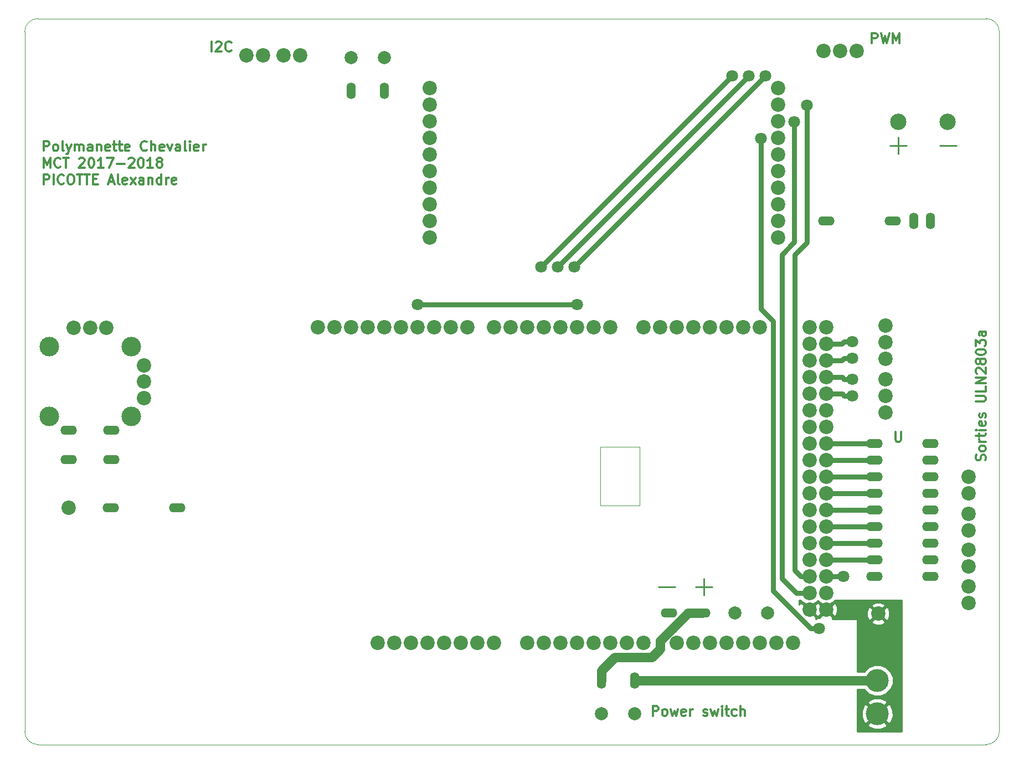
<source format=gbr>
G04 #@! TF.FileFunction,Copper,L2,Bot,Signal*
%FSLAX46Y46*%
G04 Gerber Fmt 4.6, Leading zero omitted, Abs format (unit mm)*
G04 Created by KiCad (PCBNEW 4.0.7) date 07/03/18 00:43:42*
%MOMM*%
%LPD*%
G01*
G04 APERTURE LIST*
%ADD10C,0.100000*%
%ADD11C,0.300000*%
%ADD12O,1.400000X2.540000*%
%ADD13C,2.200000*%
%ADD14C,3.500000*%
%ADD15O,2.540000X1.400000*%
%ADD16C,2.500000*%
%ADD17C,2.000000*%
%ADD18C,3.000000*%
%ADD19C,1.800000*%
%ADD20C,0.250000*%
%ADD21C,1.400000*%
%ADD22C,0.800000*%
%ADD23C,0.254000*%
G04 APERTURE END LIST*
D10*
D11*
X205027857Y-41728571D02*
X205027857Y-40228571D01*
X205599285Y-40228571D01*
X205742143Y-40300000D01*
X205813571Y-40371429D01*
X205885000Y-40514286D01*
X205885000Y-40728571D01*
X205813571Y-40871429D01*
X205742143Y-40942857D01*
X205599285Y-41014286D01*
X205027857Y-41014286D01*
X206385000Y-40228571D02*
X206742143Y-41728571D01*
X207027857Y-40657143D01*
X207313571Y-41728571D01*
X207670714Y-40228571D01*
X208242143Y-41728571D02*
X208242143Y-40228571D01*
X208742143Y-41300000D01*
X209242143Y-40228571D01*
X209242143Y-41728571D01*
X104070715Y-42998571D02*
X104070715Y-41498571D01*
X104713572Y-41641429D02*
X104785001Y-41570000D01*
X104927858Y-41498571D01*
X105285001Y-41498571D01*
X105427858Y-41570000D01*
X105499287Y-41641429D01*
X105570715Y-41784286D01*
X105570715Y-41927143D01*
X105499287Y-42141429D01*
X104642144Y-42998571D01*
X105570715Y-42998571D01*
X107070715Y-42855714D02*
X106999286Y-42927143D01*
X106785000Y-42998571D01*
X106642143Y-42998571D01*
X106427858Y-42927143D01*
X106285000Y-42784286D01*
X106213572Y-42641429D01*
X106142143Y-42355714D01*
X106142143Y-42141429D01*
X106213572Y-41855714D01*
X106285000Y-41712857D01*
X106427858Y-41570000D01*
X106642143Y-41498571D01*
X106785000Y-41498571D01*
X106999286Y-41570000D01*
X107070715Y-41641429D01*
X171524286Y-144598571D02*
X171524286Y-143098571D01*
X172095714Y-143098571D01*
X172238572Y-143170000D01*
X172310000Y-143241429D01*
X172381429Y-143384286D01*
X172381429Y-143598571D01*
X172310000Y-143741429D01*
X172238572Y-143812857D01*
X172095714Y-143884286D01*
X171524286Y-143884286D01*
X173238572Y-144598571D02*
X173095714Y-144527143D01*
X173024286Y-144455714D01*
X172952857Y-144312857D01*
X172952857Y-143884286D01*
X173024286Y-143741429D01*
X173095714Y-143670000D01*
X173238572Y-143598571D01*
X173452857Y-143598571D01*
X173595714Y-143670000D01*
X173667143Y-143741429D01*
X173738572Y-143884286D01*
X173738572Y-144312857D01*
X173667143Y-144455714D01*
X173595714Y-144527143D01*
X173452857Y-144598571D01*
X173238572Y-144598571D01*
X174238572Y-143598571D02*
X174524286Y-144598571D01*
X174810000Y-143884286D01*
X175095715Y-144598571D01*
X175381429Y-143598571D01*
X176524286Y-144527143D02*
X176381429Y-144598571D01*
X176095715Y-144598571D01*
X175952858Y-144527143D01*
X175881429Y-144384286D01*
X175881429Y-143812857D01*
X175952858Y-143670000D01*
X176095715Y-143598571D01*
X176381429Y-143598571D01*
X176524286Y-143670000D01*
X176595715Y-143812857D01*
X176595715Y-143955714D01*
X175881429Y-144098571D01*
X177238572Y-144598571D02*
X177238572Y-143598571D01*
X177238572Y-143884286D02*
X177310000Y-143741429D01*
X177381429Y-143670000D01*
X177524286Y-143598571D01*
X177667143Y-143598571D01*
X179238571Y-144527143D02*
X179381428Y-144598571D01*
X179667143Y-144598571D01*
X179810000Y-144527143D01*
X179881428Y-144384286D01*
X179881428Y-144312857D01*
X179810000Y-144170000D01*
X179667143Y-144098571D01*
X179452857Y-144098571D01*
X179310000Y-144027143D01*
X179238571Y-143884286D01*
X179238571Y-143812857D01*
X179310000Y-143670000D01*
X179452857Y-143598571D01*
X179667143Y-143598571D01*
X179810000Y-143670000D01*
X180381429Y-143598571D02*
X180667143Y-144598571D01*
X180952857Y-143884286D01*
X181238572Y-144598571D01*
X181524286Y-143598571D01*
X182095715Y-144598571D02*
X182095715Y-143598571D01*
X182095715Y-143098571D02*
X182024286Y-143170000D01*
X182095715Y-143241429D01*
X182167143Y-143170000D01*
X182095715Y-143098571D01*
X182095715Y-143241429D01*
X182595715Y-143598571D02*
X183167144Y-143598571D01*
X182810001Y-143098571D02*
X182810001Y-144384286D01*
X182881429Y-144527143D01*
X183024287Y-144598571D01*
X183167144Y-144598571D01*
X184310001Y-144527143D02*
X184167144Y-144598571D01*
X183881430Y-144598571D01*
X183738572Y-144527143D01*
X183667144Y-144455714D01*
X183595715Y-144312857D01*
X183595715Y-143884286D01*
X183667144Y-143741429D01*
X183738572Y-143670000D01*
X183881430Y-143598571D01*
X184167144Y-143598571D01*
X184310001Y-143670000D01*
X184952858Y-144598571D02*
X184952858Y-143098571D01*
X185595715Y-144598571D02*
X185595715Y-143812857D01*
X185524286Y-143670000D01*
X185381429Y-143598571D01*
X185167144Y-143598571D01*
X185024286Y-143670000D01*
X184952858Y-143741429D01*
X222347143Y-105552857D02*
X222418571Y-105338571D01*
X222418571Y-104981428D01*
X222347143Y-104838571D01*
X222275714Y-104767142D01*
X222132857Y-104695714D01*
X221990000Y-104695714D01*
X221847143Y-104767142D01*
X221775714Y-104838571D01*
X221704286Y-104981428D01*
X221632857Y-105267142D01*
X221561429Y-105410000D01*
X221490000Y-105481428D01*
X221347143Y-105552857D01*
X221204286Y-105552857D01*
X221061429Y-105481428D01*
X220990000Y-105410000D01*
X220918571Y-105267142D01*
X220918571Y-104910000D01*
X220990000Y-104695714D01*
X222418571Y-103838571D02*
X222347143Y-103981429D01*
X222275714Y-104052857D01*
X222132857Y-104124286D01*
X221704286Y-104124286D01*
X221561429Y-104052857D01*
X221490000Y-103981429D01*
X221418571Y-103838571D01*
X221418571Y-103624286D01*
X221490000Y-103481429D01*
X221561429Y-103410000D01*
X221704286Y-103338571D01*
X222132857Y-103338571D01*
X222275714Y-103410000D01*
X222347143Y-103481429D01*
X222418571Y-103624286D01*
X222418571Y-103838571D01*
X222418571Y-102695714D02*
X221418571Y-102695714D01*
X221704286Y-102695714D02*
X221561429Y-102624286D01*
X221490000Y-102552857D01*
X221418571Y-102410000D01*
X221418571Y-102267143D01*
X221418571Y-101981429D02*
X221418571Y-101410000D01*
X220918571Y-101767143D02*
X222204286Y-101767143D01*
X222347143Y-101695715D01*
X222418571Y-101552857D01*
X222418571Y-101410000D01*
X222418571Y-100910000D02*
X221418571Y-100910000D01*
X220918571Y-100910000D02*
X220990000Y-100981429D01*
X221061429Y-100910000D01*
X220990000Y-100838572D01*
X220918571Y-100910000D01*
X221061429Y-100910000D01*
X222347143Y-99624286D02*
X222418571Y-99767143D01*
X222418571Y-100052857D01*
X222347143Y-100195714D01*
X222204286Y-100267143D01*
X221632857Y-100267143D01*
X221490000Y-100195714D01*
X221418571Y-100052857D01*
X221418571Y-99767143D01*
X221490000Y-99624286D01*
X221632857Y-99552857D01*
X221775714Y-99552857D01*
X221918571Y-100267143D01*
X222347143Y-98981429D02*
X222418571Y-98838572D01*
X222418571Y-98552857D01*
X222347143Y-98410000D01*
X222204286Y-98338572D01*
X222132857Y-98338572D01*
X221990000Y-98410000D01*
X221918571Y-98552857D01*
X221918571Y-98767143D01*
X221847143Y-98910000D01*
X221704286Y-98981429D01*
X221632857Y-98981429D01*
X221490000Y-98910000D01*
X221418571Y-98767143D01*
X221418571Y-98552857D01*
X221490000Y-98410000D01*
X220918571Y-96552857D02*
X222132857Y-96552857D01*
X222275714Y-96481429D01*
X222347143Y-96410000D01*
X222418571Y-96267143D01*
X222418571Y-95981429D01*
X222347143Y-95838571D01*
X222275714Y-95767143D01*
X222132857Y-95695714D01*
X220918571Y-95695714D01*
X222418571Y-94267142D02*
X222418571Y-94981428D01*
X220918571Y-94981428D01*
X222418571Y-93767142D02*
X220918571Y-93767142D01*
X222418571Y-92909999D01*
X220918571Y-92909999D01*
X221061429Y-92267142D02*
X220990000Y-92195713D01*
X220918571Y-92052856D01*
X220918571Y-91695713D01*
X220990000Y-91552856D01*
X221061429Y-91481427D01*
X221204286Y-91409999D01*
X221347143Y-91409999D01*
X221561429Y-91481427D01*
X222418571Y-92338570D01*
X222418571Y-91409999D01*
X221561429Y-90552856D02*
X221490000Y-90695714D01*
X221418571Y-90767142D01*
X221275714Y-90838571D01*
X221204286Y-90838571D01*
X221061429Y-90767142D01*
X220990000Y-90695714D01*
X220918571Y-90552856D01*
X220918571Y-90267142D01*
X220990000Y-90124285D01*
X221061429Y-90052856D01*
X221204286Y-89981428D01*
X221275714Y-89981428D01*
X221418571Y-90052856D01*
X221490000Y-90124285D01*
X221561429Y-90267142D01*
X221561429Y-90552856D01*
X221632857Y-90695714D01*
X221704286Y-90767142D01*
X221847143Y-90838571D01*
X222132857Y-90838571D01*
X222275714Y-90767142D01*
X222347143Y-90695714D01*
X222418571Y-90552856D01*
X222418571Y-90267142D01*
X222347143Y-90124285D01*
X222275714Y-90052856D01*
X222132857Y-89981428D01*
X221847143Y-89981428D01*
X221704286Y-90052856D01*
X221632857Y-90124285D01*
X221561429Y-90267142D01*
X220918571Y-89052857D02*
X220918571Y-88910000D01*
X220990000Y-88767143D01*
X221061429Y-88695714D01*
X221204286Y-88624285D01*
X221490000Y-88552857D01*
X221847143Y-88552857D01*
X222132857Y-88624285D01*
X222275714Y-88695714D01*
X222347143Y-88767143D01*
X222418571Y-88910000D01*
X222418571Y-89052857D01*
X222347143Y-89195714D01*
X222275714Y-89267143D01*
X222132857Y-89338571D01*
X221847143Y-89410000D01*
X221490000Y-89410000D01*
X221204286Y-89338571D01*
X221061429Y-89267143D01*
X220990000Y-89195714D01*
X220918571Y-89052857D01*
X220918571Y-88052857D02*
X220918571Y-87124286D01*
X221490000Y-87624286D01*
X221490000Y-87410000D01*
X221561429Y-87267143D01*
X221632857Y-87195714D01*
X221775714Y-87124286D01*
X222132857Y-87124286D01*
X222275714Y-87195714D01*
X222347143Y-87267143D01*
X222418571Y-87410000D01*
X222418571Y-87838572D01*
X222347143Y-87981429D01*
X222275714Y-88052857D01*
X222418571Y-85838572D02*
X221632857Y-85838572D01*
X221490000Y-85910001D01*
X221418571Y-86052858D01*
X221418571Y-86338572D01*
X221490000Y-86481429D01*
X222347143Y-85838572D02*
X222418571Y-85981429D01*
X222418571Y-86338572D01*
X222347143Y-86481429D01*
X222204286Y-86552858D01*
X222061429Y-86552858D01*
X221918571Y-86481429D01*
X221847143Y-86338572D01*
X221847143Y-85981429D01*
X221775714Y-85838572D01*
X208611429Y-101188571D02*
X208611429Y-102402857D01*
X208682857Y-102545714D01*
X208754286Y-102617143D01*
X208897143Y-102688571D01*
X209182857Y-102688571D01*
X209325715Y-102617143D01*
X209397143Y-102545714D01*
X209468572Y-102402857D01*
X209468572Y-101188571D01*
X78397143Y-58228571D02*
X78397143Y-56728571D01*
X78968571Y-56728571D01*
X79111429Y-56800000D01*
X79182857Y-56871429D01*
X79254286Y-57014286D01*
X79254286Y-57228571D01*
X79182857Y-57371429D01*
X79111429Y-57442857D01*
X78968571Y-57514286D01*
X78397143Y-57514286D01*
X80111429Y-58228571D02*
X79968571Y-58157143D01*
X79897143Y-58085714D01*
X79825714Y-57942857D01*
X79825714Y-57514286D01*
X79897143Y-57371429D01*
X79968571Y-57300000D01*
X80111429Y-57228571D01*
X80325714Y-57228571D01*
X80468571Y-57300000D01*
X80540000Y-57371429D01*
X80611429Y-57514286D01*
X80611429Y-57942857D01*
X80540000Y-58085714D01*
X80468571Y-58157143D01*
X80325714Y-58228571D01*
X80111429Y-58228571D01*
X81468572Y-58228571D02*
X81325714Y-58157143D01*
X81254286Y-58014286D01*
X81254286Y-56728571D01*
X81897143Y-57228571D02*
X82254286Y-58228571D01*
X82611428Y-57228571D02*
X82254286Y-58228571D01*
X82111428Y-58585714D01*
X82040000Y-58657143D01*
X81897143Y-58728571D01*
X83182857Y-58228571D02*
X83182857Y-57228571D01*
X83182857Y-57371429D02*
X83254285Y-57300000D01*
X83397143Y-57228571D01*
X83611428Y-57228571D01*
X83754285Y-57300000D01*
X83825714Y-57442857D01*
X83825714Y-58228571D01*
X83825714Y-57442857D02*
X83897143Y-57300000D01*
X84040000Y-57228571D01*
X84254285Y-57228571D01*
X84397143Y-57300000D01*
X84468571Y-57442857D01*
X84468571Y-58228571D01*
X85825714Y-58228571D02*
X85825714Y-57442857D01*
X85754285Y-57300000D01*
X85611428Y-57228571D01*
X85325714Y-57228571D01*
X85182857Y-57300000D01*
X85825714Y-58157143D02*
X85682857Y-58228571D01*
X85325714Y-58228571D01*
X85182857Y-58157143D01*
X85111428Y-58014286D01*
X85111428Y-57871429D01*
X85182857Y-57728571D01*
X85325714Y-57657143D01*
X85682857Y-57657143D01*
X85825714Y-57585714D01*
X86540000Y-57228571D02*
X86540000Y-58228571D01*
X86540000Y-57371429D02*
X86611428Y-57300000D01*
X86754286Y-57228571D01*
X86968571Y-57228571D01*
X87111428Y-57300000D01*
X87182857Y-57442857D01*
X87182857Y-58228571D01*
X88468571Y-58157143D02*
X88325714Y-58228571D01*
X88040000Y-58228571D01*
X87897143Y-58157143D01*
X87825714Y-58014286D01*
X87825714Y-57442857D01*
X87897143Y-57300000D01*
X88040000Y-57228571D01*
X88325714Y-57228571D01*
X88468571Y-57300000D01*
X88540000Y-57442857D01*
X88540000Y-57585714D01*
X87825714Y-57728571D01*
X88968571Y-57228571D02*
X89540000Y-57228571D01*
X89182857Y-56728571D02*
X89182857Y-58014286D01*
X89254285Y-58157143D01*
X89397143Y-58228571D01*
X89540000Y-58228571D01*
X89825714Y-57228571D02*
X90397143Y-57228571D01*
X90040000Y-56728571D02*
X90040000Y-58014286D01*
X90111428Y-58157143D01*
X90254286Y-58228571D01*
X90397143Y-58228571D01*
X91468571Y-58157143D02*
X91325714Y-58228571D01*
X91040000Y-58228571D01*
X90897143Y-58157143D01*
X90825714Y-58014286D01*
X90825714Y-57442857D01*
X90897143Y-57300000D01*
X91040000Y-57228571D01*
X91325714Y-57228571D01*
X91468571Y-57300000D01*
X91540000Y-57442857D01*
X91540000Y-57585714D01*
X90825714Y-57728571D01*
X94182857Y-58085714D02*
X94111428Y-58157143D01*
X93897142Y-58228571D01*
X93754285Y-58228571D01*
X93540000Y-58157143D01*
X93397142Y-58014286D01*
X93325714Y-57871429D01*
X93254285Y-57585714D01*
X93254285Y-57371429D01*
X93325714Y-57085714D01*
X93397142Y-56942857D01*
X93540000Y-56800000D01*
X93754285Y-56728571D01*
X93897142Y-56728571D01*
X94111428Y-56800000D01*
X94182857Y-56871429D01*
X94825714Y-58228571D02*
X94825714Y-56728571D01*
X95468571Y-58228571D02*
X95468571Y-57442857D01*
X95397142Y-57300000D01*
X95254285Y-57228571D01*
X95040000Y-57228571D01*
X94897142Y-57300000D01*
X94825714Y-57371429D01*
X96754285Y-58157143D02*
X96611428Y-58228571D01*
X96325714Y-58228571D01*
X96182857Y-58157143D01*
X96111428Y-58014286D01*
X96111428Y-57442857D01*
X96182857Y-57300000D01*
X96325714Y-57228571D01*
X96611428Y-57228571D01*
X96754285Y-57300000D01*
X96825714Y-57442857D01*
X96825714Y-57585714D01*
X96111428Y-57728571D01*
X97325714Y-57228571D02*
X97682857Y-58228571D01*
X98039999Y-57228571D01*
X99254285Y-58228571D02*
X99254285Y-57442857D01*
X99182856Y-57300000D01*
X99039999Y-57228571D01*
X98754285Y-57228571D01*
X98611428Y-57300000D01*
X99254285Y-58157143D02*
X99111428Y-58228571D01*
X98754285Y-58228571D01*
X98611428Y-58157143D01*
X98539999Y-58014286D01*
X98539999Y-57871429D01*
X98611428Y-57728571D01*
X98754285Y-57657143D01*
X99111428Y-57657143D01*
X99254285Y-57585714D01*
X100182857Y-58228571D02*
X100039999Y-58157143D01*
X99968571Y-58014286D01*
X99968571Y-56728571D01*
X100754285Y-58228571D02*
X100754285Y-57228571D01*
X100754285Y-56728571D02*
X100682856Y-56800000D01*
X100754285Y-56871429D01*
X100825713Y-56800000D01*
X100754285Y-56728571D01*
X100754285Y-56871429D01*
X102039999Y-58157143D02*
X101897142Y-58228571D01*
X101611428Y-58228571D01*
X101468571Y-58157143D01*
X101397142Y-58014286D01*
X101397142Y-57442857D01*
X101468571Y-57300000D01*
X101611428Y-57228571D01*
X101897142Y-57228571D01*
X102039999Y-57300000D01*
X102111428Y-57442857D01*
X102111428Y-57585714D01*
X101397142Y-57728571D01*
X102754285Y-58228571D02*
X102754285Y-57228571D01*
X102754285Y-57514286D02*
X102825713Y-57371429D01*
X102897142Y-57300000D01*
X103039999Y-57228571D01*
X103182856Y-57228571D01*
X78397143Y-60778571D02*
X78397143Y-59278571D01*
X78897143Y-60350000D01*
X79397143Y-59278571D01*
X79397143Y-60778571D01*
X80968572Y-60635714D02*
X80897143Y-60707143D01*
X80682857Y-60778571D01*
X80540000Y-60778571D01*
X80325715Y-60707143D01*
X80182857Y-60564286D01*
X80111429Y-60421429D01*
X80040000Y-60135714D01*
X80040000Y-59921429D01*
X80111429Y-59635714D01*
X80182857Y-59492857D01*
X80325715Y-59350000D01*
X80540000Y-59278571D01*
X80682857Y-59278571D01*
X80897143Y-59350000D01*
X80968572Y-59421429D01*
X81397143Y-59278571D02*
X82254286Y-59278571D01*
X81825715Y-60778571D02*
X81825715Y-59278571D01*
X83825714Y-59421429D02*
X83897143Y-59350000D01*
X84040000Y-59278571D01*
X84397143Y-59278571D01*
X84540000Y-59350000D01*
X84611429Y-59421429D01*
X84682857Y-59564286D01*
X84682857Y-59707143D01*
X84611429Y-59921429D01*
X83754286Y-60778571D01*
X84682857Y-60778571D01*
X85611428Y-59278571D02*
X85754285Y-59278571D01*
X85897142Y-59350000D01*
X85968571Y-59421429D01*
X86040000Y-59564286D01*
X86111428Y-59850000D01*
X86111428Y-60207143D01*
X86040000Y-60492857D01*
X85968571Y-60635714D01*
X85897142Y-60707143D01*
X85754285Y-60778571D01*
X85611428Y-60778571D01*
X85468571Y-60707143D01*
X85397142Y-60635714D01*
X85325714Y-60492857D01*
X85254285Y-60207143D01*
X85254285Y-59850000D01*
X85325714Y-59564286D01*
X85397142Y-59421429D01*
X85468571Y-59350000D01*
X85611428Y-59278571D01*
X87539999Y-60778571D02*
X86682856Y-60778571D01*
X87111428Y-60778571D02*
X87111428Y-59278571D01*
X86968571Y-59492857D01*
X86825713Y-59635714D01*
X86682856Y-59707143D01*
X88039999Y-59278571D02*
X89039999Y-59278571D01*
X88397142Y-60778571D01*
X89611427Y-60207143D02*
X90754284Y-60207143D01*
X91397141Y-59421429D02*
X91468570Y-59350000D01*
X91611427Y-59278571D01*
X91968570Y-59278571D01*
X92111427Y-59350000D01*
X92182856Y-59421429D01*
X92254284Y-59564286D01*
X92254284Y-59707143D01*
X92182856Y-59921429D01*
X91325713Y-60778571D01*
X92254284Y-60778571D01*
X93182855Y-59278571D02*
X93325712Y-59278571D01*
X93468569Y-59350000D01*
X93539998Y-59421429D01*
X93611427Y-59564286D01*
X93682855Y-59850000D01*
X93682855Y-60207143D01*
X93611427Y-60492857D01*
X93539998Y-60635714D01*
X93468569Y-60707143D01*
X93325712Y-60778571D01*
X93182855Y-60778571D01*
X93039998Y-60707143D01*
X92968569Y-60635714D01*
X92897141Y-60492857D01*
X92825712Y-60207143D01*
X92825712Y-59850000D01*
X92897141Y-59564286D01*
X92968569Y-59421429D01*
X93039998Y-59350000D01*
X93182855Y-59278571D01*
X95111426Y-60778571D02*
X94254283Y-60778571D01*
X94682855Y-60778571D02*
X94682855Y-59278571D01*
X94539998Y-59492857D01*
X94397140Y-59635714D01*
X94254283Y-59707143D01*
X95968569Y-59921429D02*
X95825711Y-59850000D01*
X95754283Y-59778571D01*
X95682854Y-59635714D01*
X95682854Y-59564286D01*
X95754283Y-59421429D01*
X95825711Y-59350000D01*
X95968569Y-59278571D01*
X96254283Y-59278571D01*
X96397140Y-59350000D01*
X96468569Y-59421429D01*
X96539997Y-59564286D01*
X96539997Y-59635714D01*
X96468569Y-59778571D01*
X96397140Y-59850000D01*
X96254283Y-59921429D01*
X95968569Y-59921429D01*
X95825711Y-59992857D01*
X95754283Y-60064286D01*
X95682854Y-60207143D01*
X95682854Y-60492857D01*
X95754283Y-60635714D01*
X95825711Y-60707143D01*
X95968569Y-60778571D01*
X96254283Y-60778571D01*
X96397140Y-60707143D01*
X96468569Y-60635714D01*
X96539997Y-60492857D01*
X96539997Y-60207143D01*
X96468569Y-60064286D01*
X96397140Y-59992857D01*
X96254283Y-59921429D01*
X78397143Y-63328571D02*
X78397143Y-61828571D01*
X78968571Y-61828571D01*
X79111429Y-61900000D01*
X79182857Y-61971429D01*
X79254286Y-62114286D01*
X79254286Y-62328571D01*
X79182857Y-62471429D01*
X79111429Y-62542857D01*
X78968571Y-62614286D01*
X78397143Y-62614286D01*
X79897143Y-63328571D02*
X79897143Y-61828571D01*
X81468572Y-63185714D02*
X81397143Y-63257143D01*
X81182857Y-63328571D01*
X81040000Y-63328571D01*
X80825715Y-63257143D01*
X80682857Y-63114286D01*
X80611429Y-62971429D01*
X80540000Y-62685714D01*
X80540000Y-62471429D01*
X80611429Y-62185714D01*
X80682857Y-62042857D01*
X80825715Y-61900000D01*
X81040000Y-61828571D01*
X81182857Y-61828571D01*
X81397143Y-61900000D01*
X81468572Y-61971429D01*
X82397143Y-61828571D02*
X82682857Y-61828571D01*
X82825715Y-61900000D01*
X82968572Y-62042857D01*
X83040000Y-62328571D01*
X83040000Y-62828571D01*
X82968572Y-63114286D01*
X82825715Y-63257143D01*
X82682857Y-63328571D01*
X82397143Y-63328571D01*
X82254286Y-63257143D01*
X82111429Y-63114286D01*
X82040000Y-62828571D01*
X82040000Y-62328571D01*
X82111429Y-62042857D01*
X82254286Y-61900000D01*
X82397143Y-61828571D01*
X83468572Y-61828571D02*
X84325715Y-61828571D01*
X83897144Y-63328571D02*
X83897144Y-61828571D01*
X84611429Y-61828571D02*
X85468572Y-61828571D01*
X85040001Y-63328571D02*
X85040001Y-61828571D01*
X85968572Y-62542857D02*
X86468572Y-62542857D01*
X86682858Y-63328571D02*
X85968572Y-63328571D01*
X85968572Y-61828571D01*
X86682858Y-61828571D01*
X88397143Y-62900000D02*
X89111429Y-62900000D01*
X88254286Y-63328571D02*
X88754286Y-61828571D01*
X89254286Y-63328571D01*
X89968572Y-63328571D02*
X89825714Y-63257143D01*
X89754286Y-63114286D01*
X89754286Y-61828571D01*
X91111428Y-63257143D02*
X90968571Y-63328571D01*
X90682857Y-63328571D01*
X90540000Y-63257143D01*
X90468571Y-63114286D01*
X90468571Y-62542857D01*
X90540000Y-62400000D01*
X90682857Y-62328571D01*
X90968571Y-62328571D01*
X91111428Y-62400000D01*
X91182857Y-62542857D01*
X91182857Y-62685714D01*
X90468571Y-62828571D01*
X91682857Y-63328571D02*
X92468571Y-62328571D01*
X91682857Y-62328571D02*
X92468571Y-63328571D01*
X93682857Y-63328571D02*
X93682857Y-62542857D01*
X93611428Y-62400000D01*
X93468571Y-62328571D01*
X93182857Y-62328571D01*
X93040000Y-62400000D01*
X93682857Y-63257143D02*
X93540000Y-63328571D01*
X93182857Y-63328571D01*
X93040000Y-63257143D01*
X92968571Y-63114286D01*
X92968571Y-62971429D01*
X93040000Y-62828571D01*
X93182857Y-62757143D01*
X93540000Y-62757143D01*
X93682857Y-62685714D01*
X94397143Y-62328571D02*
X94397143Y-63328571D01*
X94397143Y-62471429D02*
X94468571Y-62400000D01*
X94611429Y-62328571D01*
X94825714Y-62328571D01*
X94968571Y-62400000D01*
X95040000Y-62542857D01*
X95040000Y-63328571D01*
X96397143Y-63328571D02*
X96397143Y-61828571D01*
X96397143Y-63257143D02*
X96254286Y-63328571D01*
X95968572Y-63328571D01*
X95825714Y-63257143D01*
X95754286Y-63185714D01*
X95682857Y-63042857D01*
X95682857Y-62614286D01*
X95754286Y-62471429D01*
X95825714Y-62400000D01*
X95968572Y-62328571D01*
X96254286Y-62328571D01*
X96397143Y-62400000D01*
X97111429Y-63328571D02*
X97111429Y-62328571D01*
X97111429Y-62614286D02*
X97182857Y-62471429D01*
X97254286Y-62400000D01*
X97397143Y-62328571D01*
X97540000Y-62328571D01*
X98611428Y-63257143D02*
X98468571Y-63328571D01*
X98182857Y-63328571D01*
X98040000Y-63257143D01*
X97968571Y-63114286D01*
X97968571Y-62542857D01*
X98040000Y-62400000D01*
X98182857Y-62328571D01*
X98468571Y-62328571D01*
X98611428Y-62400000D01*
X98682857Y-62542857D01*
X98682857Y-62685714D01*
X97968571Y-62828571D01*
D10*
X169500000Y-103500000D02*
X163500000Y-103500000D01*
X169500000Y-112500000D02*
X169500000Y-103500000D01*
X163500000Y-112500000D02*
X169500000Y-112500000D01*
X163500000Y-103500000D02*
X163500000Y-112500000D01*
X75500000Y-147000000D02*
G75*
G03X77500000Y-149000000I2000000J0D01*
G01*
X77500000Y-38000000D02*
G75*
G03X75500000Y-40000000I0J-2000000D01*
G01*
X224500000Y-40000000D02*
G75*
G03X222500000Y-38000000I-2000000J0D01*
G01*
X222500000Y-149000000D02*
G75*
G03X224500000Y-147000000I0J2000000D01*
G01*
X224500000Y-40000000D02*
X224500000Y-147000000D01*
X77500000Y-38000000D02*
X222500000Y-38000000D01*
X77500000Y-149000000D02*
X222500000Y-149000000D01*
X75500000Y-40000000D02*
X75500000Y-147000000D01*
D12*
X213925000Y-68960000D03*
X211385000Y-68960000D03*
D13*
X202690000Y-42955000D03*
X200150000Y-42955000D03*
X197610000Y-42955000D03*
X219835000Y-113700000D03*
X219835000Y-116240000D03*
X219835000Y-110600000D03*
X219835000Y-108060000D03*
X219835000Y-119200000D03*
X219835000Y-121740000D03*
X219835000Y-127380000D03*
X219835000Y-124840000D03*
X109420000Y-43590000D03*
X111960000Y-43590000D03*
X117600000Y-43590000D03*
X115060000Y-43590000D03*
D14*
X205865000Y-144285000D03*
X205865000Y-139205000D03*
D15*
X208180000Y-68960000D03*
X198020000Y-68960000D03*
D16*
X209090000Y-53750000D03*
X216610000Y-53750000D03*
D15*
X179040000Y-128900000D03*
X173960000Y-128900000D03*
D13*
X190690000Y-66420000D03*
X190690000Y-63880000D03*
X190690000Y-61340000D03*
X190690000Y-58800000D03*
X190690000Y-56260000D03*
X190690000Y-53720000D03*
X190690000Y-51180000D03*
X190690000Y-48640000D03*
X137410000Y-71500000D03*
X137410000Y-68960000D03*
X137410000Y-66420000D03*
X137410000Y-63880000D03*
X137410000Y-61340000D03*
X137410000Y-58800000D03*
X137410000Y-56260000D03*
X137410000Y-53720000D03*
X137410000Y-51180000D03*
X137410000Y-48640000D03*
X190690000Y-68960000D03*
X190690000Y-71500000D03*
X82250000Y-112805000D03*
D15*
X98820000Y-112805000D03*
X88660000Y-112805000D03*
D17*
X189075000Y-128900000D03*
X184075000Y-128900000D03*
D13*
X207135000Y-84940000D03*
X207135000Y-87480000D03*
X207135000Y-90020000D03*
X207135000Y-98200000D03*
X207135000Y-95660000D03*
X207135000Y-93120000D03*
X93750000Y-96000000D03*
X93750000Y-93500000D03*
X93750000Y-91000000D03*
X85500000Y-85250000D03*
X88000000Y-85250000D03*
X83000000Y-85250000D03*
D18*
X91750000Y-98800000D03*
X91750000Y-88200000D03*
X79250000Y-88200000D03*
X79250000Y-98800000D03*
D15*
X88750000Y-100950000D03*
X82250000Y-100950000D03*
X82250000Y-105450000D03*
X88750000Y-105450000D03*
D12*
X130456000Y-49025000D03*
X125376000Y-49025000D03*
D17*
X130456000Y-43945000D03*
X125376000Y-43945000D03*
D13*
X205990000Y-129000000D03*
D15*
X205425000Y-105520000D03*
X205425000Y-102980000D03*
X205425000Y-108060000D03*
X205425000Y-110600000D03*
X205425000Y-113140000D03*
X205425000Y-115680000D03*
X205425000Y-118220000D03*
X205425000Y-120760000D03*
X205425000Y-123300000D03*
X213925000Y-123300000D03*
X213925000Y-120760000D03*
X213925000Y-118220000D03*
X213925000Y-115680000D03*
X213925000Y-113140000D03*
X213925000Y-110600000D03*
X213925000Y-108060000D03*
X213925000Y-105520000D03*
X213925000Y-102980000D03*
D12*
X163675000Y-139215000D03*
X168755000Y-139215000D03*
D17*
X163675000Y-144295000D03*
X168755000Y-144295000D03*
D13*
X152300000Y-133460000D03*
X147220000Y-133460000D03*
X144680000Y-133460000D03*
X142140000Y-133460000D03*
X139600000Y-133460000D03*
X137060000Y-133460000D03*
X134520000Y-133460000D03*
X131980000Y-133460000D03*
X187860000Y-85200000D03*
X185320000Y-85200000D03*
X182780000Y-85200000D03*
X180240000Y-85200000D03*
X177700000Y-85200000D03*
X175160000Y-85200000D03*
X172620000Y-85200000D03*
X170080000Y-85200000D03*
X165000000Y-85200000D03*
X162460000Y-85200000D03*
X159920000Y-85200000D03*
X157380000Y-85200000D03*
X154840000Y-85200000D03*
X152300000Y-85200000D03*
X149760000Y-85200000D03*
X147220000Y-85200000D03*
X127916000Y-85200000D03*
X143156000Y-85200000D03*
X140616000Y-85200000D03*
X138076000Y-85200000D03*
X120296000Y-85200000D03*
X122836000Y-85200000D03*
X125376000Y-85200000D03*
X130456000Y-85200000D03*
X132996000Y-85200000D03*
X135536000Y-85200000D03*
X129440000Y-133460000D03*
X154840000Y-133460000D03*
X157380000Y-133460000D03*
X159920000Y-133460000D03*
X162460000Y-133460000D03*
X165000000Y-133460000D03*
X167540000Y-133460000D03*
X170080000Y-133460000D03*
X175160000Y-133460000D03*
X177700000Y-133460000D03*
X180240000Y-133460000D03*
X182780000Y-133460000D03*
X185320000Y-133460000D03*
X187860000Y-133460000D03*
X190400000Y-133460000D03*
X192940000Y-133460000D03*
X195480000Y-85200000D03*
X198020000Y-85200000D03*
X195480000Y-87740000D03*
X198020000Y-87740000D03*
X195480000Y-90280000D03*
X198020000Y-90280000D03*
X195480000Y-92820000D03*
X198020000Y-92820000D03*
X195480000Y-95360000D03*
X198020000Y-95360000D03*
X195480000Y-97900000D03*
X198020000Y-97900000D03*
X195480000Y-100440000D03*
X198020000Y-100440000D03*
X195480000Y-102980000D03*
X198020000Y-102980000D03*
X195480000Y-105520000D03*
X198020000Y-105520000D03*
X195480000Y-108060000D03*
X198020000Y-108060000D03*
X195480000Y-110600000D03*
X198020000Y-110600000D03*
X195480000Y-113140000D03*
X198020000Y-113140000D03*
X195480000Y-115680000D03*
X198020000Y-115680000D03*
X195480000Y-118220000D03*
X198020000Y-118220000D03*
X195480000Y-120760000D03*
X198020000Y-120760000D03*
X195480000Y-123300000D03*
X198020000Y-123300000D03*
X195480000Y-125840000D03*
X198020000Y-125840000D03*
X195480000Y-128380000D03*
X198020000Y-128380000D03*
D19*
X159510000Y-75975000D03*
X188720000Y-46765000D03*
X156970000Y-75975000D03*
X186180000Y-46765000D03*
X183640000Y-46765000D03*
X154430000Y-75975000D03*
X188085000Y-56290000D03*
X196975000Y-131220000D03*
X200648500Y-123282500D03*
X193165000Y-53750000D03*
X195070000Y-51210000D03*
X135536000Y-81739000D03*
X159914000Y-81739000D03*
X202055000Y-87405000D03*
X202055000Y-89945000D03*
X202055000Y-95660000D03*
X202055000Y-93120000D03*
D20*
X215390000Y-57465000D02*
X217930000Y-57465000D01*
X207770000Y-57465000D02*
X210310000Y-57465000D01*
X209040000Y-56195000D02*
X209040000Y-58735000D01*
X172385000Y-124870000D02*
X174925000Y-124870000D01*
X178100000Y-124870000D02*
X180640000Y-124870000D01*
X179370000Y-123600000D02*
X179370000Y-126140000D01*
D21*
X174550000Y-131220000D02*
X172645000Y-133125000D01*
X174550000Y-131220000D02*
X176870000Y-128900000D01*
X179040000Y-128900000D02*
X176870000Y-128900000D01*
X163675000Y-137650000D02*
X163675000Y-139215000D01*
X165660000Y-135665000D02*
X171375000Y-135665000D01*
X163675000Y-137650000D02*
X165660000Y-135665000D01*
X172645000Y-134395000D02*
X171375000Y-135665000D01*
X172645000Y-133125000D02*
X172645000Y-134395000D01*
X205865000Y-139205000D02*
X168765000Y-139205000D01*
X168765000Y-139205000D02*
X168755000Y-139215000D01*
D22*
X188720000Y-46765000D02*
X159510000Y-75975000D01*
X186180000Y-46765000D02*
X156970000Y-75975000D01*
X183640000Y-46765000D02*
X154430000Y-75975000D01*
X198020000Y-123300000D02*
X200631000Y-123300000D01*
X196975000Y-131220000D02*
X195705000Y-131220000D01*
X188085000Y-58290000D02*
X188085000Y-56290000D01*
X188085000Y-58290000D02*
X188085000Y-82420000D01*
X188085000Y-82420000D02*
X189942500Y-84277500D01*
X189942500Y-125457500D02*
X189942500Y-84277500D01*
X195705000Y-131220000D02*
X189942500Y-125457500D01*
X200631000Y-123300000D02*
X200648500Y-123282500D01*
X190690000Y-56260000D02*
X190115000Y-56260000D01*
X193165000Y-53750000D02*
X193165000Y-72165000D01*
X191260000Y-123600000D02*
X193500000Y-125840000D01*
X193500000Y-125840000D02*
X195480000Y-125840000D01*
X191260000Y-122255000D02*
X191260000Y-123600000D01*
X191260000Y-74959000D02*
X191260000Y-122255000D01*
X191260000Y-74705000D02*
X191260000Y-74959000D01*
X191260000Y-74070000D02*
X191260000Y-74705000D01*
X193070000Y-72260000D02*
X191260000Y-74070000D01*
X193165000Y-72165000D02*
X193070000Y-72260000D01*
X193070000Y-53845000D02*
X193165000Y-53750000D01*
X193212500Y-121012500D02*
X193212500Y-122377500D01*
X193212500Y-74117500D02*
X193212500Y-121012500D01*
X194135000Y-123300000D02*
X195480000Y-123300000D01*
X193212500Y-122377500D02*
X194135000Y-123300000D01*
X195070000Y-72260000D02*
X193212500Y-74117500D01*
X195070000Y-51210000D02*
X195070000Y-72260000D01*
X198020000Y-105520000D02*
X205425000Y-105520000D01*
X205425000Y-102980000D02*
X198020000Y-102980000D01*
X205425000Y-108060000D02*
X198020000Y-108060000D01*
X198020000Y-110600000D02*
X205425000Y-110600000D01*
X205425000Y-113140000D02*
X198020000Y-113140000D01*
X198020000Y-115680000D02*
X205425000Y-115680000D01*
X205425000Y-118220000D02*
X198020000Y-118220000D01*
X198020000Y-120760000D02*
X205425000Y-120760000D01*
X135536000Y-81739000D02*
X159914000Y-81739000D01*
X202055000Y-87405000D02*
X200785000Y-87405000D01*
X200450000Y-87740000D02*
X198020000Y-87740000D01*
X200785000Y-87405000D02*
X200450000Y-87740000D01*
X200785000Y-89945000D02*
X202055000Y-89945000D01*
X198020000Y-90280000D02*
X200450000Y-90280000D01*
X200785000Y-89945000D02*
X200450000Y-90280000D01*
X200485000Y-95360000D02*
X198020000Y-95360000D01*
X200785000Y-95660000D02*
X200485000Y-95360000D01*
X202055000Y-95660000D02*
X200785000Y-95660000D01*
X200485000Y-92820000D02*
X198020000Y-92820000D01*
X200785000Y-93120000D02*
X200485000Y-92820000D01*
X202055000Y-93120000D02*
X200785000Y-93120000D01*
D23*
G36*
X194495918Y-127310004D02*
X194656139Y-127376534D01*
X195480000Y-128200395D01*
X196303305Y-127377090D01*
X196461515Y-127311719D01*
X196750075Y-127023662D01*
X197035918Y-127310004D01*
X197196139Y-127376534D01*
X198020000Y-128200395D01*
X198843305Y-127377090D01*
X199001515Y-127311719D01*
X199411950Y-126902000D01*
X209548000Y-126902000D01*
X209548000Y-146968000D01*
X202817000Y-146968000D01*
X202817000Y-145979528D01*
X204350077Y-145979528D01*
X204540364Y-146324271D01*
X205421591Y-146675956D01*
X206370323Y-146663641D01*
X207189636Y-146324271D01*
X207379923Y-145979528D01*
X205865000Y-144464605D01*
X204350077Y-145979528D01*
X202817000Y-145979528D01*
X202817000Y-143841591D01*
X203474044Y-143841591D01*
X203486359Y-144790323D01*
X203825729Y-145609636D01*
X204170472Y-145799923D01*
X205685395Y-144285000D01*
X206044605Y-144285000D01*
X207559528Y-145799923D01*
X207904271Y-145609636D01*
X208255956Y-144728409D01*
X208243641Y-143779677D01*
X207904271Y-142960364D01*
X207559528Y-142770077D01*
X206044605Y-144285000D01*
X205685395Y-144285000D01*
X204170472Y-142770077D01*
X203825729Y-142960364D01*
X203474044Y-143841591D01*
X202817000Y-143841591D01*
X202817000Y-142590472D01*
X204350077Y-142590472D01*
X205865000Y-144105395D01*
X207379923Y-142590472D01*
X207189636Y-142245729D01*
X206308409Y-141894044D01*
X205359677Y-141906359D01*
X204540364Y-142245729D01*
X204350077Y-142590472D01*
X202817000Y-142590472D01*
X202817000Y-140540000D01*
X203836037Y-140540000D01*
X203841916Y-140554229D01*
X204512242Y-141225726D01*
X205388513Y-141589585D01*
X206337325Y-141590413D01*
X207214229Y-141228084D01*
X207885726Y-140557758D01*
X208249585Y-139681487D01*
X208250413Y-138732675D01*
X207888084Y-137855771D01*
X207217758Y-137184274D01*
X206341487Y-136820415D01*
X205392675Y-136819587D01*
X204515771Y-137181916D01*
X203844274Y-137852242D01*
X203836900Y-137870000D01*
X202817000Y-137870000D01*
X202817000Y-130224868D01*
X204944737Y-130224868D01*
X205055641Y-130502099D01*
X205701593Y-130745323D01*
X206391453Y-130722836D01*
X206924359Y-130502099D01*
X207035263Y-130224868D01*
X205990000Y-129179605D01*
X204944737Y-130224868D01*
X202817000Y-130224868D01*
X202817000Y-129950000D01*
X202806994Y-129900590D01*
X202778553Y-129858965D01*
X202736159Y-129831685D01*
X202690000Y-129823000D01*
X198978001Y-129823000D01*
X199065263Y-129604868D01*
X198020000Y-128559605D01*
X196974737Y-129604868D01*
X197006804Y-129685028D01*
X196671009Y-129684735D01*
X196458124Y-129772697D01*
X196525263Y-129604868D01*
X195480000Y-128559605D01*
X195465858Y-128573748D01*
X195286253Y-128394143D01*
X195300395Y-128380000D01*
X195659605Y-128380000D01*
X196464116Y-129184511D01*
X196517901Y-129314359D01*
X196644682Y-129365077D01*
X196704868Y-129425263D01*
X196750000Y-129407208D01*
X196795132Y-129425263D01*
X196855318Y-129365077D01*
X196982099Y-129314359D01*
X197028037Y-129192358D01*
X197840395Y-128380000D01*
X198199605Y-128380000D01*
X199244868Y-129425263D01*
X199522099Y-129314359D01*
X199749061Y-128711593D01*
X204244677Y-128711593D01*
X204267164Y-129401453D01*
X204487901Y-129934359D01*
X204765132Y-130045263D01*
X205810395Y-129000000D01*
X206169605Y-129000000D01*
X207214868Y-130045263D01*
X207492099Y-129934359D01*
X207735323Y-129288407D01*
X207712836Y-128598547D01*
X207492099Y-128065641D01*
X207214868Y-127954737D01*
X206169605Y-129000000D01*
X205810395Y-129000000D01*
X204765132Y-127954737D01*
X204487901Y-128065641D01*
X204244677Y-128711593D01*
X199749061Y-128711593D01*
X199765323Y-128668407D01*
X199742836Y-127978547D01*
X199658579Y-127775132D01*
X204944737Y-127775132D01*
X205990000Y-128820395D01*
X207035263Y-127775132D01*
X206924359Y-127497901D01*
X206278407Y-127254677D01*
X205588547Y-127277164D01*
X205055641Y-127497901D01*
X204944737Y-127775132D01*
X199658579Y-127775132D01*
X199522099Y-127445641D01*
X199244868Y-127334737D01*
X198199605Y-128380000D01*
X197840395Y-128380000D01*
X197035884Y-127575489D01*
X196982099Y-127445641D01*
X196855318Y-127394923D01*
X196795132Y-127334737D01*
X196750000Y-127352792D01*
X196704868Y-127334737D01*
X196644682Y-127394923D01*
X196517901Y-127445641D01*
X196471963Y-127567642D01*
X195659605Y-128380000D01*
X195300395Y-128380000D01*
X194255132Y-127334737D01*
X193977901Y-127445641D01*
X193927000Y-127580823D01*
X193927000Y-126902000D01*
X194088626Y-126902000D01*
X194495918Y-127310004D01*
X194495918Y-127310004D01*
G37*
X194495918Y-127310004D02*
X194656139Y-127376534D01*
X195480000Y-128200395D01*
X196303305Y-127377090D01*
X196461515Y-127311719D01*
X196750075Y-127023662D01*
X197035918Y-127310004D01*
X197196139Y-127376534D01*
X198020000Y-128200395D01*
X198843305Y-127377090D01*
X199001515Y-127311719D01*
X199411950Y-126902000D01*
X209548000Y-126902000D01*
X209548000Y-146968000D01*
X202817000Y-146968000D01*
X202817000Y-145979528D01*
X204350077Y-145979528D01*
X204540364Y-146324271D01*
X205421591Y-146675956D01*
X206370323Y-146663641D01*
X207189636Y-146324271D01*
X207379923Y-145979528D01*
X205865000Y-144464605D01*
X204350077Y-145979528D01*
X202817000Y-145979528D01*
X202817000Y-143841591D01*
X203474044Y-143841591D01*
X203486359Y-144790323D01*
X203825729Y-145609636D01*
X204170472Y-145799923D01*
X205685395Y-144285000D01*
X206044605Y-144285000D01*
X207559528Y-145799923D01*
X207904271Y-145609636D01*
X208255956Y-144728409D01*
X208243641Y-143779677D01*
X207904271Y-142960364D01*
X207559528Y-142770077D01*
X206044605Y-144285000D01*
X205685395Y-144285000D01*
X204170472Y-142770077D01*
X203825729Y-142960364D01*
X203474044Y-143841591D01*
X202817000Y-143841591D01*
X202817000Y-142590472D01*
X204350077Y-142590472D01*
X205865000Y-144105395D01*
X207379923Y-142590472D01*
X207189636Y-142245729D01*
X206308409Y-141894044D01*
X205359677Y-141906359D01*
X204540364Y-142245729D01*
X204350077Y-142590472D01*
X202817000Y-142590472D01*
X202817000Y-140540000D01*
X203836037Y-140540000D01*
X203841916Y-140554229D01*
X204512242Y-141225726D01*
X205388513Y-141589585D01*
X206337325Y-141590413D01*
X207214229Y-141228084D01*
X207885726Y-140557758D01*
X208249585Y-139681487D01*
X208250413Y-138732675D01*
X207888084Y-137855771D01*
X207217758Y-137184274D01*
X206341487Y-136820415D01*
X205392675Y-136819587D01*
X204515771Y-137181916D01*
X203844274Y-137852242D01*
X203836900Y-137870000D01*
X202817000Y-137870000D01*
X202817000Y-130224868D01*
X204944737Y-130224868D01*
X205055641Y-130502099D01*
X205701593Y-130745323D01*
X206391453Y-130722836D01*
X206924359Y-130502099D01*
X207035263Y-130224868D01*
X205990000Y-129179605D01*
X204944737Y-130224868D01*
X202817000Y-130224868D01*
X202817000Y-129950000D01*
X202806994Y-129900590D01*
X202778553Y-129858965D01*
X202736159Y-129831685D01*
X202690000Y-129823000D01*
X198978001Y-129823000D01*
X199065263Y-129604868D01*
X198020000Y-128559605D01*
X196974737Y-129604868D01*
X197006804Y-129685028D01*
X196671009Y-129684735D01*
X196458124Y-129772697D01*
X196525263Y-129604868D01*
X195480000Y-128559605D01*
X195465858Y-128573748D01*
X195286253Y-128394143D01*
X195300395Y-128380000D01*
X195659605Y-128380000D01*
X196464116Y-129184511D01*
X196517901Y-129314359D01*
X196644682Y-129365077D01*
X196704868Y-129425263D01*
X196750000Y-129407208D01*
X196795132Y-129425263D01*
X196855318Y-129365077D01*
X196982099Y-129314359D01*
X197028037Y-129192358D01*
X197840395Y-128380000D01*
X198199605Y-128380000D01*
X199244868Y-129425263D01*
X199522099Y-129314359D01*
X199749061Y-128711593D01*
X204244677Y-128711593D01*
X204267164Y-129401453D01*
X204487901Y-129934359D01*
X204765132Y-130045263D01*
X205810395Y-129000000D01*
X206169605Y-129000000D01*
X207214868Y-130045263D01*
X207492099Y-129934359D01*
X207735323Y-129288407D01*
X207712836Y-128598547D01*
X207492099Y-128065641D01*
X207214868Y-127954737D01*
X206169605Y-129000000D01*
X205810395Y-129000000D01*
X204765132Y-127954737D01*
X204487901Y-128065641D01*
X204244677Y-128711593D01*
X199749061Y-128711593D01*
X199765323Y-128668407D01*
X199742836Y-127978547D01*
X199658579Y-127775132D01*
X204944737Y-127775132D01*
X205990000Y-128820395D01*
X207035263Y-127775132D01*
X206924359Y-127497901D01*
X206278407Y-127254677D01*
X205588547Y-127277164D01*
X205055641Y-127497901D01*
X204944737Y-127775132D01*
X199658579Y-127775132D01*
X199522099Y-127445641D01*
X199244868Y-127334737D01*
X198199605Y-128380000D01*
X197840395Y-128380000D01*
X197035884Y-127575489D01*
X196982099Y-127445641D01*
X196855318Y-127394923D01*
X196795132Y-127334737D01*
X196750000Y-127352792D01*
X196704868Y-127334737D01*
X196644682Y-127394923D01*
X196517901Y-127445641D01*
X196471963Y-127567642D01*
X195659605Y-128380000D01*
X195300395Y-128380000D01*
X194255132Y-127334737D01*
X193977901Y-127445641D01*
X193927000Y-127580823D01*
X193927000Y-126902000D01*
X194088626Y-126902000D01*
X194495918Y-127310004D01*
M02*

</source>
